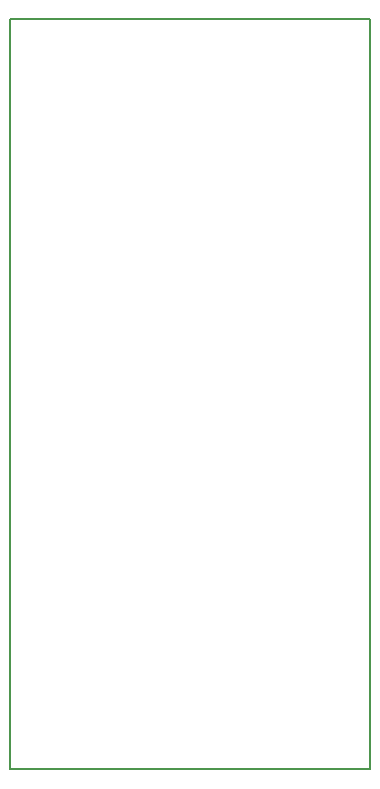
<source format=gbr>
G04 #@! TF.FileFunction,Profile,NP*
%FSLAX46Y46*%
G04 Gerber Fmt 4.6, Leading zero omitted, Abs format (unit mm)*
G04 Created by KiCad (PCBNEW 4.0.2-stable) date 2016/06/17 16:38:34*
%MOMM*%
G01*
G04 APERTURE LIST*
%ADD10C,0.100000*%
%ADD11C,0.150000*%
G04 APERTURE END LIST*
D10*
D11*
X170180000Y-142240000D02*
X170180000Y-78740000D01*
X139700000Y-142240000D02*
X170180000Y-142240000D01*
X139700000Y-78740000D02*
X139700000Y-142240000D01*
X170180000Y-78740000D02*
X139700000Y-78740000D01*
M02*

</source>
